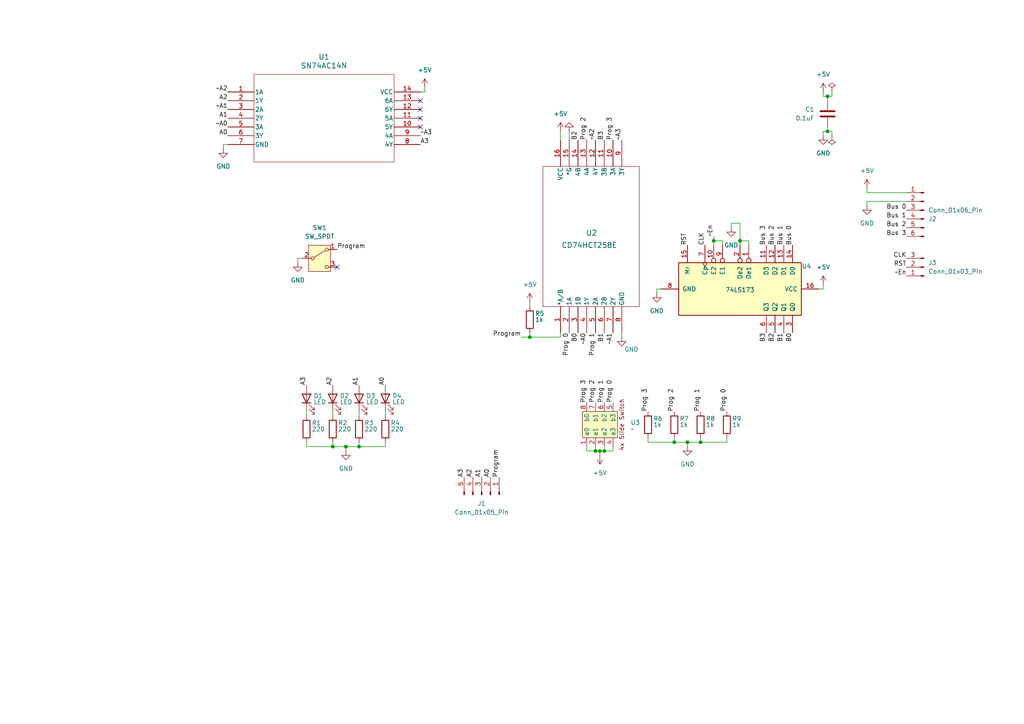
<source format=kicad_sch>
(kicad_sch (version 20231120) (generator "eeschema") (generator_version "8.0")
  (paper "A4")
  (lib_symbols
    (symbol "2_to_1_selector:CD74HCT258E" (pin_names (offset 0.254))
      (property "Reference" "U" (at 27.94 10.16 0))
      (property "Value" "CD74HCT258E" (at 27.94 7.62 0))
      (symbol "CD74HCT258E_0_1"
        (polyline (pts (xy 7.62 -22.86) (xy 48.26 -22.86)) (stroke (width 0.127)))
        (polyline (pts (xy 7.62 5.08) (xy 7.62 -22.86)) (stroke (width 0.127)))
        (polyline (pts (xy 48.26 -22.86) (xy 48.26 5.08)) (stroke (width 0.127)))
        (polyline (pts (xy 48.26 5.08) (xy 7.62 5.08)) (stroke (width 0.127)))
        (pin input line (at 0 0 0) (length 7.62) (name "*A/B") (number "1"))
        (pin input line (at 55.88 -15.24 180) (length 7.62) (name "3A") (number "10"))
        (pin input line (at 55.88 -12.7 180) (length 7.62) (name "3B") (number "11"))
        (pin output line (at 55.88 -10.16 180) (length 7.62) (name "4Y") (number "12"))
        (pin input line (at 55.88 -7.62 180) (length 7.62) (name "4A") (number "13"))
        (pin input line (at 55.88 -5.08 180) (length 7.62) (name "4B") (number "14"))
        (pin input line (at 55.88 -2.54 180) (length 7.62) (name "*G") (number "15"))
        (pin power_in line (at 55.88 0 180) (length 7.62) (name "VCC") (number "16"))
        (pin input line (at 0 -2.54 0) (length 7.62) (name "1A") (number "2"))
        (pin input line (at 0 -5.08 0) (length 7.62) (name "1B") (number "3"))
        (pin output line (at 0 -7.62 0) (length 7.62) (name "1Y") (number "4"))
        (pin input line (at 0 -10.16 0) (length 7.62) (name "2A") (number "5"))
        (pin input line (at 0 -12.7 0) (length 7.62) (name "2B") (number "6"))
        (pin output line (at 0 -15.24 0) (length 7.62) (name "2Y") (number "7"))
        (pin power_in line (at 0 -17.78 0) (length 7.62) (name "GND") (number "8"))
        (pin output line (at 55.88 -17.78 180) (length 7.62) (name "3Y") (number "9"))
      )
    )
    (symbol "6x_not:SN74AC14N" (pin_names (offset 0.254))
      (property "Reference" "U" (at 27.94 10.16 0))
      (property "Value" "SN74AC14N" (at 27.94 7.62 0))
      (symbol "SN74AC14N_0_1"
        (polyline (pts (xy 7.62 -20.32) (xy 48.26 -20.32)) (stroke (width 0.127)))
        (polyline (pts (xy 7.62 5.08) (xy 7.62 -20.32)) (stroke (width 0.127)))
        (polyline (pts (xy 48.26 -20.32) (xy 48.26 5.08)) (stroke (width 0.127)))
        (polyline (pts (xy 48.26 5.08) (xy 7.62 5.08)) (stroke (width 0.127)))
        (pin input line (at 0 0 0) (length 7.62) (name "1A") (number "1"))
        (pin output line (at 55.88 -10.16 180) (length 7.62) (name "5Y") (number "10"))
        (pin input line (at 55.88 -7.62 180) (length 7.62) (name "5A") (number "11"))
        (pin output line (at 55.88 -5.08 180) (length 7.62) (name "6Y") (number "12"))
        (pin input line (at 55.88 -2.54 180) (length 7.62) (name "6A") (number "13"))
        (pin power_in line (at 55.88 0 180) (length 7.62) (name "VCC") (number "14"))
        (pin output line (at 0 -2.54 0) (length 7.62) (name "1Y") (number "2"))
        (pin input line (at 0 -5.08 0) (length 7.62) (name "2A") (number "3"))
        (pin output line (at 0 -7.62 0) (length 7.62) (name "2Y") (number "4"))
        (pin input line (at 0 -10.16 0) (length 7.62) (name "3A") (number "5"))
        (pin output line (at 0 -12.7 0) (length 7.62) (name "3Y") (number "6"))
        (pin power_in line (at 0 -15.24 0) (length 7.62) (name "GND") (number "7"))
        (pin output line (at 55.88 -15.24 180) (length 7.62) (name "4Y") (number "8"))
        (pin input line (at 55.88 -12.7 180) (length 7.62) (name "4A") (number "9"))
      )
    )
    (symbol "74xx:74LS173" (pin_names (offset 1.016))
      (property "Reference" "U" (at -7.62 19.05 0))
      (property "Value" "74LS173" (at -7.62 -19.05 0))
      (symbol "74LS173_1_0"
        (pin input inverted (at -12.7 2.54 0) (length 5.08) (name "Oe1") (number "1"))
        (pin input inverted (at -12.7 -7.62 0) (length 5.08) (name "E2") (number "10"))
        (pin input line (at -12.7 7.62 0) (length 5.08) (name "D3") (number "11"))
        (pin input line (at -12.7 10.16 0) (length 5.08) (name "D2") (number "12"))
        (pin input line (at -12.7 12.7 0) (length 5.08) (name "D1") (number "13"))
        (pin input line (at -12.7 15.24 0) (length 5.08) (name "D0") (number "14"))
        (pin input line (at -12.7 -15.24 0) (length 5.08) (name "Mr") (number "15"))
        (pin power_in line (at 0 22.86 270) (length 5.08) (name "VCC") (number "16"))
        (pin input inverted (at -12.7 0 0) (length 5.08) (name "Oe2") (number "2"))
        (pin tri_state line (at 12.7 15.24 180) (length 5.08) (name "Q0") (number "3"))
        (pin tri_state line (at 12.7 12.7 180) (length 5.08) (name "Q1") (number "4"))
        (pin tri_state line (at 12.7 10.16 180) (length 5.08) (name "Q2") (number "5"))
        (pin tri_state line (at 12.7 7.62 180) (length 5.08) (name "Q3") (number "6"))
        (pin input clock (at -12.7 -10.16 0) (length 5.08) (name "Cp") (number "7"))
        (pin power_in line (at 0 -22.86 90) (length 5.08) (name "GND") (number "8"))
        (pin input inverted (at -12.7 -5.08 0) (length 5.08) (name "E1") (number "9"))
      )
      (symbol "74LS173_1_1"
        (rectangle (start -7.62 17.78) (end 7.62 -17.78) (stroke (width 0.254)) (fill (type background)))
      )
    )
    (symbol "8BitCPU:4x_slide_switch"
      (property "Reference" "U" (at -6.858 17.526 0))
      (symbol "4x_slide_switch_1_1"
        (rectangle (start -3.81 5.08) (end 3.81 -5.08) (fill (type background)))
        (text "4x Slide Switch" (at 0 -6.35 0) (effects (font (size 1.27 1.27))))
        (pin bidirectional line (at -6.35 3.81 0) (length 2.54) (name "a0") (number "1"))
        (pin bidirectional line (at -6.35 1.27 0) (length 2.54) (name "a1") (number "2"))
        (pin bidirectional line (at -6.35 -1.27 0) (length 2.54) (name "a2") (number "3"))
        (pin bidirectional line (at -6.35 -3.81 0) (length 2.54) (name "a3") (number "4"))
        (pin bidirectional line (at 6.35 -3.81 180) (length 2.54) (name "b3") (number "5"))
        (pin bidirectional line (at 6.35 -1.27 180) (length 2.54) (name "b2") (number "6"))
        (pin bidirectional line (at 6.35 1.27 180) (length 2.54) (name "b1") (number "7"))
        (pin bidirectional line (at 6.35 3.81 180) (length 2.54) (name "b0") (number "8"))
      )
    )
    (symbol "Connector:Conn_01x03_Pin" (pin_names (offset 1.016) hide)
      (property "Reference" "J" (at 0 5.08 0))
      (property "Value" "Conn_01x03_Pin" (at 0 -5.08 0))
      (symbol "Conn_01x03_Pin_1_1"
        (polyline (pts (xy 1.27 -2.54) (xy 0.8636 -2.54)) (stroke (width 0.1524)))
        (polyline (pts (xy 1.27 0) (xy 0.8636 0)) (stroke (width 0.1524)))
        (polyline (pts (xy 1.27 2.54) (xy 0.8636 2.54)) (stroke (width 0.1524)))
        (rectangle (start 0.8636 -2.413) (end 0 -2.667) (stroke (width 0.1524)) (fill (type outline)))
        (rectangle (start 0.8636 0.127) (end 0 -0.127) (stroke (width 0.1524)) (fill (type outline)))
        (rectangle (start 0.8636 2.667) (end 0 2.413) (stroke (width 0.1524)) (fill (type outline)))
        (pin passive line (at 5.08 2.54 180) (length 3.81) (name "Pin_1") (number "1"))
        (pin passive line (at 5.08 0 180) (length 3.81) (name "Pin_2") (number "2"))
        (pin passive line (at 5.08 -2.54 180) (length 3.81) (name "Pin_3") (number "3"))
      )
    )
    (symbol "Connector:Conn_01x05_Pin" (pin_names (offset 1.016) hide)
      (property "Reference" "J" (at 0 7.62 0))
      (property "Value" "Conn_01x05_Pin" (at 0 -7.62 0))
      (symbol "Conn_01x05_Pin_1_1"
        (polyline (pts (xy 1.27 -5.08) (xy 0.8636 -5.08)) (stroke (width 0.1524)))
        (polyline (pts (xy 1.27 -2.54) (xy 0.8636 -2.54)) (stroke (width 0.1524)))
        (polyline (pts (xy 1.27 0) (xy 0.8636 0)) (stroke (width 0.1524)))
        (polyline (pts (xy 1.27 2.54) (xy 0.8636 2.54)) (stroke (width 0.1524)))
        (polyline (pts (xy 1.27 5.08) (xy 0.8636 5.08)) (stroke (width 0.1524)))
        (rectangle (start 0.8636 -4.953) (end 0 -5.207) (stroke (width 0.1524)) (fill (type outline)))
        (rectangle (start 0.8636 -2.413) (end 0 -2.667) (stroke (width 0.1524)) (fill (type outline)))
        (rectangle (start 0.8636 0.127) (end 0 -0.127) (stroke (width 0.1524)) (fill (type outline)))
        (rectangle (start 0.8636 2.667) (end 0 2.413) (stroke (width 0.1524)) (fill (type outline)))
        (rectangle (start 0.8636 5.207) (end 0 4.953) (stroke (width 0.1524)) (fill (type outline)))
        (pin passive line (at 5.08 5.08 180) (length 3.81) (name "Pin_1") (number "1"))
        (pin passive line (at 5.08 2.54 180) (length 3.81) (name "Pin_2") (number "2"))
        (pin passive line (at 5.08 0 180) (length 3.81) (name "Pin_3") (number "3"))
        (pin passive line (at 5.08 -2.54 180) (length 3.81) (name "Pin_4") (number "4"))
        (pin passive line (at 5.08 -5.08 180) (length 3.81) (name "Pin_5") (number "5"))
      )
    )
    (symbol "Connector:Conn_01x06_Pin" (pin_names (offset 1.016) hide)
      (property "Reference" "J" (at 0 7.62 0))
      (property "Value" "Conn_01x06_Pin" (at 0 -10.16 0))
      (symbol "Conn_01x06_Pin_1_1"
        (polyline (pts (xy 1.27 -7.62) (xy 0.8636 -7.62)) (stroke (width 0.1524)))
        (polyline (pts (xy 1.27 -5.08) (xy 0.8636 -5.08)) (stroke (width 0.1524)))
        (polyline (pts (xy 1.27 -2.54) (xy 0.8636 -2.54)) (stroke (width 0.1524)))
        (polyline (pts (xy 1.27 0) (xy 0.8636 0)) (stroke (width 0.1524)))
        (polyline (pts (xy 1.27 2.54) (xy 0.8636 2.54)) (stroke (width 0.1524)))
        (polyline (pts (xy 1.27 5.08) (xy 0.8636 5.08)) (stroke (width 0.1524)))
        (rectangle (start 0.8636 -7.493) (end 0 -7.747) (stroke (width 0.1524)) (fill (type outline)))
        (rectangle (start 0.8636 -4.953) (end 0 -5.207) (stroke (width 0.1524)) (fill (type outline)))
        (rectangle (start 0.8636 -2.413) (end 0 -2.667) (stroke (width 0.1524)) (fill (type outline)))
        (rectangle (start 0.8636 0.127) (end 0 -0.127) (stroke (width 0.1524)) (fill (type outline)))
        (rectangle (start 0.8636 2.667) (end 0 2.413) (stroke (width 0.1524)) (fill (type outline)))
        (rectangle (start 0.8636 5.207) (end 0 4.953) (stroke (width 0.1524)) (fill (type outline)))
        (pin passive line (at 5.08 5.08 180) (length 3.81) (name "Pin_1") (number "1"))
        (pin passive line (at 5.08 2.54 180) (length 3.81) (name "Pin_2") (number "2"))
        (pin passive line (at 5.08 0 180) (length 3.81) (name "Pin_3") (number "3"))
        (pin passive line (at 5.08 -2.54 180) (length 3.81) (name "Pin_4") (number "4"))
        (pin passive line (at 5.08 -5.08 180) (length 3.81) (name "Pin_5") (number "5"))
        (pin passive line (at 5.08 -7.62 180) (length 3.81) (name "Pin_6") (number "6"))
      )
    )
    (symbol "Device:C" (pin_numbers hide) (pin_names (offset 0.254))
      (property "Reference" "C" (at 0.635 2.54 0))
      (property "Value" "C" (at 0.635 -2.54 0))
      (symbol "C_0_1"
        (polyline (pts (xy -2.032 -0.762) (xy 2.032 -0.762)) (stroke (width 0.508)))
        (polyline (pts (xy -2.032 0.762) (xy 2.032 0.762)) (stroke (width 0.508)))
      )
      (symbol "C_1_1"
        (pin passive line (at 0 3.81 270) (length 2.794) (name "~") (number "1"))
        (pin passive line (at 0 -3.81 90) (length 2.794) (name "~") (number "2"))
      )
    )
    (symbol "Device:LED" (pin_numbers hide) (pin_names (offset 1.016) hide)
      (property "Reference" "D" (at 0 2.54 0))
      (property "Value" "LED" (at 0 -2.54 0))
      (symbol "LED_0_1"
        (polyline (pts (xy -1.27 -1.27) (xy -1.27 1.27)) (stroke (width 0.254)))
        (polyline (pts (xy -1.27 0) (xy 1.27 0)))
        (polyline (pts (xy 1.27 -1.27) (xy 1.27 1.27) (xy -1.27 0) (xy 1.27 -1.27)) (stroke (width 0.254)))
        (polyline (pts (xy -3.048 -0.762) (xy -4.572 -2.286) (xy -3.81 -2.286) (xy -4.572 -2.286) (xy -4.572 -1.524)))
        (polyline (pts (xy -1.778 -0.762) (xy -3.302 -2.286) (xy -2.54 -2.286) (xy -3.302 -2.286) (xy -3.302 -1.524)))
      )
      (symbol "LED_1_1"
        (pin passive line (at -3.81 0 0) (length 2.54) (name "K") (number "1"))
        (pin passive line (at 3.81 0 180) (length 2.54) (name "A") (number "2"))
      )
    )
    (symbol "Device:R" (pin_numbers hide) (pin_names (offset 0))
      (property "Reference" "R" (at 2.032 0 90))
      (property "Value" "R" (at 0 0 90))
      (symbol "R_0_1"
        (rectangle (start -1.016 -2.54) (end 1.016 2.54) (stroke (width 0.254)))
      )
      (symbol "R_1_1"
        (pin passive line (at 0 3.81 270) (length 1.27) (name "~") (number "1"))
        (pin passive line (at 0 -3.81 90) (length 1.27) (name "~") (number "2"))
      )
    )
    (symbol "Switch:SW_SPDT" (pin_names (offset 0) hide)
      (property "Reference" "SW" (at 0 5.08 0))
      (property "Value" "SW_SPDT" (at 0 -5.08 0))
      (symbol "SW_SPDT_0_1"
        (circle (center -2.032 0) (radius 0.4572))
        (polyline (pts (xy -1.651 0.254) (xy 1.651 2.286)))
        (circle (center 2.032 -2.54) (radius 0.4572))
        (circle (center 2.032 2.54) (radius 0.4572))
      )
      (symbol "SW_SPDT_1_1"
        (rectangle (start -3.175 3.81) (end 3.175 -3.81) (fill (type background)))
        (pin passive line (at 5.08 2.54 180) (length 2.54) (name "A") (number "1"))
        (pin passive line (at -5.08 0 0) (length 2.54) (name "B") (number "2"))
        (pin passive line (at 5.08 -2.54 180) (length 2.54) (name "C") (number "3"))
      )
    )
    (symbol "power:+5V" (power) (pin_numbers hide) (pin_names (offset 0) hide)
      (property "Value" "+5V" (at 0 3.556 0))
      (symbol "+5V_0_1"
        (polyline (pts (xy -0.762 1.27) (xy 0 2.54)))
        (polyline (pts (xy 0 0) (xy 0 2.54)))
        (polyline (pts (xy 0 2.54) (xy 0.762 1.27)))
      )
      (symbol "+5V_1_1"
        (pin power_in line (at 0 0 90) (length 0) (name "~") (number "1"))
      )
    )
    (symbol "power:GND" (power) (pin_numbers hide) (pin_names (offset 0) hide)
      (property "Value" "GND" (at 0 -3.81 0))
      (symbol "GND_0_1"
        (polyline (pts (xy 0 0) (xy 0 -1.27) (xy 1.27 -1.27) (xy 0 -2.54) (xy -1.27 -1.27) (xy 0 -1.27)))
      )
      (symbol "GND_1_1"
        (pin power_in line (at 0 0 270) (length 0) (name "~") (number "1"))
      )
    )
    (symbol "power:PWR_FLAG" (power) (pin_numbers hide) (pin_names (offset 0) hide)
      (property "Value" "PWR_FLAG" (at 0 3.81 0))
      (symbol "PWR_FLAG_0_0"
        (pin power_out line (at 0 0 90) (length 0) (name "~") (number "1"))
      )
      (symbol "PWR_FLAG_0_1"
        (polyline (pts (xy 0 0) (xy 0 1.27) (xy -1.016 1.905) (xy 0 2.54) (xy 1.016 1.905) (xy 0 1.27)))
      )
    )
  )
  (junction (at 195.58 128.27))
  (junction (at 240.03 38.1))
  (junction (at 100.33 129.54))
  (junction (at 173.99 130.81))
  (junction (at 153.67 97.79))
  (junction (at 96.52 129.54))
  (junction (at 199.39 128.27))
  (junction (at 175.26 130.81))
  (junction (at 240.03 27.94))
  (junction (at 207.01 69.85))
  (junction (at 172.72 130.81))
  (junction (at 104.14 129.54))
  (junction (at 203.2 128.27))
  (junction (at 214.63 69.85))
  (no_connect (at 121.92 29.21))
  (no_connect (at 97.79 77.47))
  (no_connect (at 121.92 31.75))
  (no_connect (at 121.92 36.83))
  (no_connect (at 121.92 34.29))
  (wire (pts (xy 96.52 129.54) (xy 100.33 129.54)))
  (wire (pts (xy 88.9 129.54) (xy 96.52 129.54)))
  (wire (pts (xy 238.76 83.82) (xy 237.49 83.82)))
  (wire (pts (xy 170.18 130.81) (xy 172.72 130.81)))
  (wire (pts (xy 151.13 97.79) (xy 153.67 97.79)))
  (wire (pts (xy 251.46 58.42) (xy 251.46 59.69)))
  (wire (pts (xy 217.17 69.85) (xy 217.17 71.12)))
  (wire (pts (xy 100.33 129.54) (xy 100.33 130.81)))
  (wire (pts (xy 66.04 41.91) (xy 64.77 41.91)))
  (wire (pts (xy 104.14 129.54) (xy 111.76 129.54)))
  (wire (pts (xy 251.46 54.61) (xy 251.46 55.88)))
  (wire (pts (xy 86.36 74.93) (xy 86.36 76.2)))
  (wire (pts (xy 173.99 130.81) (xy 173.99 132.08)))
  (wire (pts (xy 238.76 38.1) (xy 240.03 38.1)))
  (wire (pts (xy 195.58 128.27) (xy 199.39 128.27)))
  (wire (pts (xy 172.72 130.81) (xy 173.99 130.81)))
  (wire (pts (xy 210.82 128.27) (xy 210.82 127)))
  (wire (pts (xy 203.2 127) (xy 203.2 128.27)))
  (wire (pts (xy 240.03 36.83) (xy 240.03 38.1)))
  (wire (pts (xy 104.14 128.27) (xy 104.14 129.54)))
  (wire (pts (xy 241.3 38.1) (xy 241.3 39.37)))
  (wire (pts (xy 100.33 129.54) (xy 104.14 129.54)))
  (wire (pts (xy 238.76 82.55) (xy 238.76 83.82)))
  (wire (pts (xy 177.8 130.81) (xy 177.8 129.54)))
  (wire (pts (xy 187.96 128.27) (xy 195.58 128.27)))
  (wire (pts (xy 190.5 83.82) (xy 191.77 83.82)))
  (wire (pts (xy 121.92 26.67) (xy 123.19 26.67)))
  (wire (pts (xy 214.63 69.85) (xy 217.17 69.85)))
  (wire (pts (xy 214.63 71.12) (xy 214.63 69.85)))
  (wire (pts (xy 251.46 55.88) (xy 262.89 55.88)))
  (wire (pts (xy 96.52 119.38) (xy 96.52 120.65)))
  (wire (pts (xy 190.5 85.09) (xy 190.5 83.82)))
  (wire (pts (xy 153.67 87.63) (xy 153.67 88.9)))
  (wire (pts (xy 212.09 64.77) (xy 214.63 64.77)))
  (wire (pts (xy 241.3 26.67) (xy 241.3 27.94)))
  (wire (pts (xy 209.55 71.12) (xy 209.55 69.85)))
  (wire (pts (xy 153.67 96.52) (xy 153.67 97.79)))
  (wire (pts (xy 238.76 26.67) (xy 238.76 27.94)))
  (wire (pts (xy 170.18 129.54) (xy 170.18 130.81)))
  (wire (pts (xy 104.14 119.38) (xy 104.14 120.65)))
  (wire (pts (xy 175.26 129.54) (xy 175.26 130.81)))
  (wire (pts (xy 203.2 128.27) (xy 210.82 128.27)))
  (wire (pts (xy 64.77 41.91) (xy 64.77 43.18)))
  (wire (pts (xy 240.03 27.94) (xy 238.76 27.94)))
  (wire (pts (xy 123.19 26.67) (xy 123.19 25.4)))
  (wire (pts (xy 199.39 128.27) (xy 203.2 128.27)))
  (wire (pts (xy 209.55 69.85) (xy 207.01 69.85)))
  (wire (pts (xy 212.09 66.04) (xy 212.09 64.77)))
  (wire (pts (xy 111.76 129.54) (xy 111.76 128.27)))
  (wire (pts (xy 180.34 96.52) (xy 180.34 97.79)))
  (wire (pts (xy 214.63 64.77) (xy 214.63 69.85)))
  (wire (pts (xy 111.76 119.38) (xy 111.76 120.65)))
  (wire (pts (xy 88.9 128.27) (xy 88.9 129.54)))
  (wire (pts (xy 207.01 69.85) (xy 207.01 71.12)))
  (wire (pts (xy 162.56 38.1) (xy 162.56 40.64)))
  (wire (pts (xy 207.01 68.58) (xy 207.01 69.85)))
  (wire (pts (xy 173.99 130.81) (xy 175.26 130.81)))
  (wire (pts (xy 175.26 130.81) (xy 177.8 130.81)))
  (wire (pts (xy 165.1 38.1) (xy 165.1 40.64)))
  (wire (pts (xy 172.72 129.54) (xy 172.72 130.81)))
  (wire (pts (xy 195.58 127) (xy 195.58 128.27)))
  (wire (pts (xy 262.89 58.42) (xy 251.46 58.42)))
  (wire (pts (xy 88.9 119.38) (xy 88.9 120.65)))
  (wire (pts (xy 87.63 74.93) (xy 86.36 74.93)))
  (wire (pts (xy 238.76 39.37) (xy 238.76 38.1)))
  (wire (pts (xy 162.56 97.79) (xy 162.56 96.52)))
  (wire (pts (xy 240.03 27.94) (xy 241.3 27.94)))
  (wire (pts (xy 240.03 38.1) (xy 241.3 38.1)))
  (wire (pts (xy 199.39 128.27) (xy 199.39 129.54)))
  (wire (pts (xy 153.67 97.79) (xy 162.56 97.79)))
  (wire (pts (xy 240.03 29.21) (xy 240.03 27.94)))
  (wire (pts (xy 187.96 127) (xy 187.96 128.27)))
  (wire (pts (xy 96.52 128.27) (xy 96.52 129.54)))
  (label "~En" (at 207.01 68.58 90))
  (label "~A3" (at 121.92 39.37 0))
  (label "Prog 3" (at 177.8 40.64 90))
  (label "A2" (at 96.52 111.76 90))
  (label "Bus 0" (at 262.89 60.96 180))
  (label "~A1" (at 66.04 31.75 180))
  (label "Bus 1" (at 227.33 71.12 90))
  (label "~A2" (at 66.04 26.67 180))
  (label "~A1" (at 177.8 96.52 270))
  (label "A2" (at 137.16 138.43 90))
  (label "A2" (at 66.04 29.21 180))
  (label "RST" (at 199.39 71.12 90))
  (label "~A2" (at 172.72 40.64 90))
  (label "A1" (at 104.14 111.76 90))
  (label "B2" (at 224.79 96.52 270))
  (label "A0" (at 111.76 111.76 90))
  (label "B1" (at 227.33 96.52 270))
  (label "Prog 3" (at 170.18 116.84 90))
  (label "CLK" (at 262.89 74.93 180))
  (label "Program" (at 151.13 97.79 180))
  (label "Bus 3" (at 262.89 68.58 180))
  (label "Bus 2" (at 262.89 66.04 180))
  (label "A3" (at 88.9 111.76 90))
  (label "CLK" (at 204.47 71.12 90))
  (label "Prog 1" (at 175.26 116.84 90))
  (label "Bus 0" (at 229.87 71.12 90))
  (label "B0" (at 167.64 96.52 270))
  (label "~A0" (at 170.18 96.52 270))
  (label "Prog 3" (at 187.96 119.38 90))
  (label "Program" (at 144.78 138.43 90))
  (label "Prog 2" (at 170.18 40.64 90))
  (label "~A0" (at 66.04 36.83 180))
  (label "RST" (at 262.89 77.47 180))
  (label "Prog 0" (at 165.1 96.52 270))
  (label "Prog 0" (at 210.82 119.38 90))
  (label "B2" (at 167.64 40.64 90))
  (label "Bus 1" (at 262.89 63.5 180))
  (label "~En" (at 262.89 80.01 180))
  (label "A1" (at 139.7 138.43 90))
  (label "B3" (at 222.25 96.52 270))
  (label "A3" (at 121.92 41.91 0))
  (label "Prog 2" (at 195.58 119.38 90))
  (label "A0" (at 66.04 39.37 180))
  (label "Prog 1" (at 203.2 119.38 90))
  (label "B3" (at 175.26 40.64 90))
  (label "Prog 1" (at 172.72 96.52 270))
  (label "A3" (at 134.62 138.43 90))
  (label "~A3" (at 180.34 40.64 90))
  (label "Bus 2" (at 224.79 71.12 90))
  (label "B0" (at 229.87 96.52 270))
  (label "Bus 3" (at 222.25 71.12 90))
  (label "A1" (at 66.04 34.29 180))
  (label "Program" (at 97.79 72.39 0))
  (label "B1" (at 175.26 96.52 270))
  (label "A0" (at 142.24 138.43 90))
  (label "Prog 0" (at 177.8 116.84 90))
  (label "Prog 2" (at 172.72 116.84 90))
  (symbol (lib_id "power:GND") (at 86.36 76.2 0) (unit 1)
    (property "Reference" "#PWR02" (effects (hide yes)))
    (property "Value" "GND" (at 86.36 81.28 0))
    (property "Description" "Power symbol creates a global label with name \"GND\" , ground" (effects (hide yes)))
  )
  (symbol (lib_id "2_to_1_selector:CD74HCT258E") (at 162.56 96.52 90) (unit 1)
    (property "Reference" "U2" (at 169.926 67.564 90) (effects (font (size 1.524 1.524)) (justify right)))
    (property "Value" "CD74HCT258E" (at 162.814 71.12 90) (effects (font (size 1.524 1.524)) (justify right)))
    (property "Footprint" "_DownloadFootprints:2_to_1_selector" (effects (hide yes)))
    (property "Datasheet" "CD74HCT258E" (effects (hide yes)))
  )
  (symbol (lib_id "Device:C") (at 240.03 33.02 0) (mirror y) (unit 1)
    (property "Reference" "C1" (at 236.22 31.7499 0) (effects (justify left)))
    (property "Value" "0.1uF" (at 236.22 34.2899 0) (effects (justify left)))
    (property "Footprint" "Capacitor_THT:C_Disc_D5.0mm_W2.5mm_P2.50mm" (effects (hide yes)))
    (property "Description" "Unpolarized capacitor" (effects (hide yes)))
  )
  (symbol (lib_id "8BitCPU:4x_slide_switch") (at 173.99 123.19 90) (unit 1)
    (property "Reference" "U3" (at 182.88 122.5549 90) (effects (justify right)))
    (property "Value" "~" (at 182.88 124.46 90) (effects (justify right)))
    (property "Footprint" "8BitCPUFootprints:DIP-8" (effects (hide yes)))
  )
  (symbol (lib_id "Device:R") (at 195.58 123.19 0) (unit 1)
    (property "Reference" "R7" (at 197.104 121.412 0) (effects (justify left)))
    (property "Value" "1k" (at 197.104 123.19 0) (effects (justify left)))
    (property "Footprint" "_DownloadFootprints:CF_series_Resistors_THT" (effects (hide yes)))
    (property "Description" "Resistor" (effects (hide yes)))
  )
  (symbol (lib_id "Device:LED") (at 88.9 115.57 90) (unit 1)
    (property "Reference" "D1" (at 90.932 114.808 90) (effects (justify right)))
    (property "Value" "LED" (at 90.932 116.586 90) (effects (justify right)))
    (property "Footprint" "LED_THT:LED_D5.0mm" (effects (hide yes)))
    (property "Description" "Light emitting diode" (effects (hide yes)))
  )
  (symbol (lib_id "power:GND") (at 165.1 38.1 180) (unit 1)
    (property "Reference" "#PWR07" (effects (hide yes)))
    (property "Value" "GND" (effects (hide yes)))
    (property "Description" "Power symbol creates a global label with name \"GND\" , ground" (effects (hide yes)))
  )
  (symbol (lib_id "Device:LED") (at 111.76 115.57 90) (unit 1)
    (property "Reference" "D4" (at 113.792 114.808 90) (effects (justify right)))
    (property "Value" "LED" (at 113.792 116.586 90) (effects (justify right)))
    (property "Footprint" "LED_THT:LED_D5.0mm" (effects (hide yes)))
    (property "Description" "Light emitting diode" (effects (hide yes)))
  )
  (symbol (lib_id "74xx:74LS173") (at 214.63 83.82 270) (unit 1)
    (property "Reference" "U4" (at 233.934 77.216 90))
    (property "Value" "74LS173" (at 214.63 84.074 90))
    (property "Footprint" "Package_DIP:DIP-16_W7.62mm" (effects (hide yes)))
    (property "Datasheet" "http://www.ti.com/lit/gpn/sn74LS173" (effects (hide yes)))
    (property "Description" "4-bit D-type Register, 3 state out" (effects (hide yes)))
  )
  (symbol (lib_id "power:+5V") (at 162.56 38.1 0) (unit 1)
    (property "Reference" "#PWR06" (effects (hide yes)))
    (property "Value" "+5V" (at 162.56 33.02 0))
    (property "Description" "Power symbol creates a global label with name \"+5V\"" (effects (hide yes)))
  )
  (symbol (lib_id "power:GND") (at 199.39 129.54 0) (unit 1)
    (property "Reference" "#PWR011" (effects (hide yes)))
    (property "Value" "GND" (at 199.39 134.62 0))
    (property "Description" "Power symbol creates a global label with name \"GND\" , ground" (effects (hide yes)))
  )
  (symbol (lib_id "power:GND") (at 180.34 97.79 0) (unit 1)
    (property "Reference" "#PWR09" (effects (hide yes)))
    (property "Value" "GND" (at 183.134 101.346 0))
    (property "Description" "Power symbol creates a global label with name \"GND\" , ground" (effects (hide yes)))
  )
  (symbol (lib_id "power:GND") (at 251.46 59.69 0) (unit 1)
    (property "Reference" "#PWR017" (effects (hide yes)))
    (property "Value" "GND" (at 251.46 64.77 0))
    (property "Description" "Power symbol creates a global label with name \"GND\" , ground" (effects (hide yes)))
  )
  (symbol (lib_id "Switch:SW_SPDT") (at 92.71 74.93 0) (unit 1)
    (property "Reference" "SW1" (at 92.71 66.04 0))
    (property "Value" "SW_SPDT" (at 92.71 68.58 0))
    (property "Footprint" "8BitCPUFootprints:DoubleThrowSwitch" (effects (hide yes)))
    (property "Description" "Switch, single pole double throw" (effects (hide yes)))
  )
  (symbol (lib_id "Device:R") (at 104.14 124.46 0) (unit 1)
    (property "Reference" "R3" (at 105.664 122.682 0) (effects (justify left)))
    (property "Value" "220" (at 105.664 124.46 0) (effects (justify left)))
    (property "Footprint" "_DownloadFootprints:CF_series_Resistors_THT" (effects (hide yes)))
    (property "Description" "Resistor" (effects (hide yes)))
  )
  (symbol (lib_id "power:GND") (at 64.77 43.18 0) (unit 1)
    (property "Reference" "#PWR01" (effects (hide yes)))
    (property "Value" "GND" (at 64.77 48.26 0))
    (property "Description" "Power symbol creates a global label with name \"GND\" , ground" (effects (hide yes)))
  )
  (symbol (lib_id "Device:R") (at 187.96 123.19 0) (unit 1)
    (property "Reference" "R6" (at 189.484 121.412 0) (effects (justify left)))
    (property "Value" "1k" (at 189.484 123.19 0) (effects (justify left)))
    (property "Footprint" "_DownloadFootprints:CF_series_Resistors_THT" (effects (hide yes)))
    (property "Description" "Resistor" (effects (hide yes)))
  )
  (symbol (lib_id "power:+5V") (at 238.76 82.55 0) (unit 1)
    (property "Reference" "#PWR015" (effects (hide yes)))
    (property "Value" "+5V" (at 238.76 77.47 0))
    (property "Description" "Power symbol creates a global label with name \"+5V\"" (effects (hide yes)))
  )
  (symbol (lib_id "power:GND") (at 238.76 39.37 0) (unit 1)
    (property "Reference" "#PWR014" (effects (hide yes)))
    (property "Value" "GND" (at 238.76 44.45 0))
    (property "Description" "Power symbol creates a global label with name \"GND\" , ground" (effects (hide yes)))
  )
  (symbol (lib_id "Device:R") (at 153.67 92.71 0) (unit 1)
    (property "Reference" "R5" (at 155.194 90.932 0) (effects (justify left)))
    (property "Value" "1k" (at 155.194 92.71 0) (effects (justify left)))
    (property "Footprint" "_DownloadFootprints:CF_series_Resistors_THT" (effects (hide yes)))
    (property "Description" "Resistor" (effects (hide yes)))
  )
  (symbol (lib_id "power:+5V") (at 238.76 26.67 0) (unit 1)
    (property "Reference" "#PWR013" (effects (hide yes)))
    (property "Value" "+5V" (at 238.76 21.59 0))
    (property "Description" "Power symbol creates a global label with name \"+5V\"" (effects (hide yes)))
  )
  (symbol (lib_id "power:+5V") (at 123.19 25.4 0) (unit 1)
    (property "Reference" "#PWR04" (effects (hide yes)))
    (property "Value" "+5V" (at 123.19 20.32 0))
    (property "Description" "Power symbol creates a global label with name \"+5V\"" (effects (hide yes)))
  )
  (symbol (lib_id "power:+5V") (at 153.67 87.63 0) (unit 1)
    (property "Reference" "#PWR05" (effects (hide yes)))
    (property "Value" "+5V" (at 153.67 82.55 0))
    (property "Description" "Power symbol creates a global label with name \"+5V\"" (effects (hide yes)))
  )
  (symbol (lib_id "power:+5V") (at 173.99 132.08 180) (unit 1)
    (property "Reference" "#PWR08" (effects (hide yes)))
    (property "Value" "+5V" (at 173.99 137.16 0))
    (property "Description" "Power symbol creates a global label with name \"+5V\"" (effects (hide yes)))
  )
  (symbol (lib_id "power:GND") (at 212.09 66.04 0) (unit 1)
    (property "Reference" "#PWR012" (effects (hide yes)))
    (property "Value" "GND" (at 212.09 71.12 0))
    (property "Description" "Power symbol creates a global label with name \"GND\" , ground" (effects (hide yes)))
  )
  (symbol (lib_id "Device:R") (at 203.2 123.19 0) (unit 1)
    (property "Reference" "R8" (at 204.724 121.412 0) (effects (justify left)))
    (property "Value" "1k" (at 204.724 123.19 0) (effects (justify left)))
    (property "Footprint" "_DownloadFootprints:CF_series_Resistors_THT" (effects (hide yes)))
    (property "Description" "Resistor" (effects (hide yes)))
  )
  (symbol (lib_id "Device:R") (at 88.9 124.46 0) (unit 1)
    (property "Reference" "R1" (at 90.424 122.682 0) (effects (justify left)))
    (property "Value" "220" (at 90.424 124.46 0) (effects (justify left)))
    (property "Footprint" "_DownloadFootprints:CF_series_Resistors_THT" (effects (hide yes)))
    (property "Description" "Resistor" (effects (hide yes)))
  )
  (symbol (lib_id "Device:LED") (at 104.14 115.57 90) (unit 1)
    (property "Reference" "D3" (at 106.172 114.808 90) (effects (justify right)))
    (property "Value" "LED" (at 106.172 116.586 90) (effects (justify right)))
    (property "Footprint" "LED_THT:LED_D5.0mm" (effects (hide yes)))
    (property "Description" "Light emitting diode" (effects (hide yes)))
  )
  (symbol (lib_id "power:+5V") (at 251.46 54.61 0) (unit 1)
    (property "Reference" "#PWR016" (effects (hide yes)))
    (property "Value" "+5V" (at 251.46 49.53 0))
    (property "Description" "Power symbol creates a global label with name \"+5V\"" (effects (hide yes)))
  )
  (symbol (lib_id "power:GND") (at 100.33 130.81 0) (unit 1)
    (property "Reference" "#PWR03" (effects (hide yes)))
    (property "Value" "GND" (at 100.33 135.89 0))
    (property "Description" "Power symbol creates a global label with name \"GND\" , ground" (effects (hide yes)))
  )
  (symbol (lib_id "Device:R") (at 96.52 124.46 0) (unit 1)
    (property "Reference" "R2" (at 98.044 122.682 0) (effects (justify left)))
    (property "Value" "220" (at 98.044 124.46 0) (effects (justify left)))
    (property "Footprint" "_DownloadFootprints:CF_series_Resistors_THT" (effects (hide yes)))
    (property "Description" "Resistor" (effects (hide yes)))
  )
  (symbol (lib_id "Connector:Conn_01x03_Pin") (at 267.97 77.47 180) (unit 1)
    (property "Reference" "J3" (at 269.24 76.1999 0) (effects (justify right)))
    (property "Value" "Conn_01x03_Pin" (at 269.24 78.7399 0) (effects (justify right)))
    (property "Footprint" "Connector_PinHeader_2.54mm:PinHeader_1x03_P2.54mm_Vertical" (effects (hide yes)))
    (property "Description" "Generic connector, single row, 01x03, script generated" (effects (hide yes)))
  )
  (symbol (lib_id "6x_not:SN74AC14N") (at 66.04 26.67 0) (unit 1)
    (property "Reference" "U1" (at 93.98 16.51 0) (effects (font (size 1.524 1.524))))
    (property "Value" "SN74AC14N" (at 93.98 19.05 0) (effects (font (size 1.524 1.524))))
    (property "Footprint" "_DownloadFootprints:6x_not" (effects (hide yes)))
    (property "Datasheet" "SN74AC14N" (effects (hide yes)))
  )
  (symbol (lib_id "power:GND") (at 190.5 85.09 0) (unit 1)
    (property "Reference" "#PWR010" (effects (hide yes)))
    (property "Value" "GND" (at 190.5 90.17 0))
    (property "Description" "Power symbol creates a global label with name \"GND\" , ground" (effects (hide yes)))
  )
  (symbol (lib_id "Device:R") (at 111.76 124.46 0) (unit 1)
    (property "Reference" "R4" (at 113.284 122.682 0) (effects (justify left)))
    (property "Value" "220" (at 113.284 124.46 0) (effects (justify left)))
    (property "Footprint" "_DownloadFootprints:CF_series_Resistors_THT" (effects (hide yes)))
    (property "Description" "Resistor" (effects (hide yes)))
  )
  (symbol (lib_id "Connector:Conn_01x06_Pin") (at 267.97 60.96 0) (mirror y) (unit 1)
    (property "Reference" "J2" (at 269.24 63.5001 0) (effects (justify right)))
    (property "Value" "Conn_01x06_Pin" (at 269.24 60.9601 0) (effects (justify right)))
    (property "Footprint" "Connector_PinHeader_2.54mm:PinHeader_1x06_P2.54mm_Vertical" (effects (hide yes)))
    (property "Description" "Generic connector, single row, 01x06, script generated" (effects (hide yes)))
  )
  (symbol (lib_id "power:PWR_FLAG") (at 241.3 26.67 0) (unit 1)
    (property "Reference" "#FLG01" (effects (hide yes)))
    (property "Value" "PWR_FLAG" (effects (hide yes)))
    (property "Description" "Special symbol for telling ERC where power comes from" (effects (hide yes)))
  )
  (symbol (lib_id "power:PWR_FLAG") (at 241.3 39.37 180) (unit 1)
    (property "Reference" "#FLG02" (effects (hide yes)))
    (property "Value" "PWR_FLAG" (effects (hide yes)))
    (property "Description" "Special symbol for telling ERC where power comes from" (effects (hide yes)))
  )
  (symbol (lib_id "Device:LED") (at 96.52 115.57 90) (unit 1)
    (property "Reference" "D2" (at 98.552 114.808 90) (effects (justify right)))
    (property "Value" "LED" (at 98.552 116.586 90) (effects (justify right)))
    (property "Footprint" "LED_THT:LED_D5.0mm" (effects (hide yes)))
    (property "Description" "Light emitting diode" (effects (hide yes)))
  )
  (symbol (lib_id "Connector:Conn_01x05_Pin") (at 139.7 143.51 270) (mirror x) (unit 1)
    (property "Reference" "J1" (at 139.7 146.05 90))
    (property "Value" "Conn_01x05_Pin" (at 139.7 148.59 90))
    (property "Footprint" "Connector_PinHeader_2.54mm:PinHeader_1x05_P2.54mm_Vertical" (effects (hide yes)))
    (property "Description" "Generic connector, single row, 01x05, script generated" (effects (hide yes)))
  )
  (symbol (lib_id "Device:R") (at 210.82 123.19 0) (unit 1)
    (property "Reference" "R9" (at 212.344 121.412 0) (effects (justify left)))
    (property "Value" "1k" (at 212.344 123.19 0) (effects (justify left)))
    (property "Footprint" "_DownloadFootprints:CF_series_Resistors_THT" (effects (hide yes)))
    (property "Description" "Resistor" (effects (hide yes)))
  )
)
</source>
